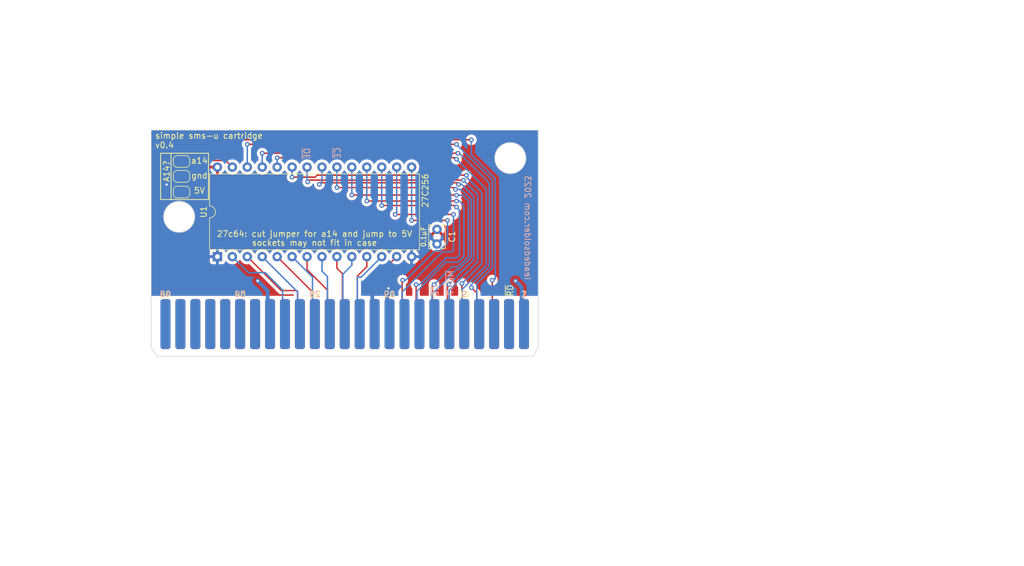
<source format=kicad_pcb>
(kicad_pcb (version 20241229) (generator "pcbnew") (generator_version "9.0")
  (layers (0 "F.Cu" signal) (2 "B.Cu" signal) (13 "F.Paste" user) (15 "B.Paste" user) (5 "F.SilkS" user "F.Silkscreen") (7 "B.SilkS" user "B.Silkscreen") (1 "F.Mask" user) (3 "B.Mask" user) (25 "Edge.Cuts" user))
  (net 0 "")
  (net 1 "+5V")
  (net 2 "GND")
  (net 3 "/a14")
  (net 4 "Net-(JP1-Pad2)")
  (net 5 "/a12")
  (net 6 "/a7")
  (net 7 "/a6")
  (net 8 "/a5")
  (net 9 "/a4")
  (net 10 "/a3")
  (net 11 "/a2")
  (net 12 "/a1")
  (net 13 "/a0")
  (net 14 "/d0")
  (net 15 "/d1")
  (net 16 "/d2")
  (net 17 "/d3")
  (net 18 "/d4")
  (net 19 "/d5")
  (net 20 "/d6")
  (net 21 "/d7")
  (net 22 "/~{CE}")
  (net 23 "/a10")
  (net 24 "/~{M0-7}")
  (net 25 "/a11")
  (net 26 "/a9")
  (net 27 "/a8")
  (net 28 "/a13")
  (net 34 "/a15")
  (footprint "Jumper:SolderJumper-2_P1.3mm_Open_RoundedPad1.0x1.5mm" (layer "F.Cu") (at 105.156 62.865)
    (property "Reference" "JP2" (hide yes))
    (property "Value" "Jumper_2_Open")
    (fp_line (start -1.4 0.3) (end -1.4 -0.3) (stroke (width 0.12)) (layer "F.SilkS"))
    (fp_line (start -0.7 -1) (end 0.7 -1) (stroke (width 0.12)) (layer "F.SilkS"))
    (fp_line (start 0.7 1) (end -0.7 1) (stroke (width 0.12)) (layer "F.SilkS"))
    (fp_line (start 1.4 -0.3) (end 1.4 0.3) (stroke (width 0.12)) (layer "F.SilkS"))
    (fp_arc (start -1.4 -0.3) (mid -1.194975 -0.794975) (end -0.7 -1) (stroke (width 0.12)) (layer "F.SilkS"))
    (fp_arc (start -0.7 1) (mid -1.194975 0.794975) (end -1.4 0.3) (stroke (width 0.12)) (layer "F.SilkS"))
    (fp_arc (start 0.7 -1) (mid 1.194975 -0.794975) (end 1.4 -0.3) (stroke (width 0.12)) (layer "F.SilkS"))
    (fp_arc (start 1.4 0.3) (mid 1.194975 0.794975) (end 0.7 1) (stroke (width 0.12)) (layer "F.SilkS"))
    (pad "1" smd custom (at -0.65 0) (size 1 0.5) (layers "F.Cu" "F.Mask") (net 2 "GND") (options (clearance outline) (anchor rect)) (primitives (gr_circle (center 0 0.25) (end 0.5 0.25) (width 0) (fill yes)) (gr_circle (center 0 -0.25) (end 0.5 -0.25) (width 0) (fill yes)) (gr_poly (pts (xy 0.5 0.75) (xy 0 0.75) (xy 0 -0.75) (xy 0.5 -0.75)) (width 0) (fill yes))))
    (pad "2" smd custom (at 0.65 0) (size 1 0.5) (layers "F.Cu" "F.Mask") (net 4 "Net-(JP1-Pad2)") (options (clearance outline) (anchor rect)) (primitives (gr_circle (center 0 0.25) (end 0.5 0.25) (width 0) (fill yes)) (gr_circle (center 0 -0.25) (end 0.5 -0.25) (width 0) (fill yes)) (gr_poly (pts (xy 0 0.75) (xy -0.5 0.75) (xy -0.5 -0.75) (xy 0 -0.75)) (width 0) (fill yes))))
  )
  (footprint "Package_DIP:DIP-28_W15.24mm" (layer "F.Cu") (at 111.252 76.525 90)
    (property "Reference" "U1" (at 7.62 -2.33 90) (layer "F.SilkS"))
    (property "Value" "27C256" (at 11.247 35.35 90) (layer "F.SilkS"))
    (fp_line (start 14.08 -1.33) (end 8.62 -1.33) (stroke (width 0.12)) (layer "F.SilkS"))
    (fp_line (start 6.62 -1.33) (end 1.16 -1.33) (stroke (width 0.12)) (layer "F.SilkS"))
    (fp_line (start 1.16 -1.33) (end 1.16 34.35) (stroke (width 0.12)) (layer "F.SilkS"))
    (fp_line (start 14.08 34.35) (end 14.08 -1.33) (stroke (width 0.12)) (layer "F.SilkS"))
    (fp_line (start 1.16 34.35) (end 14.08 34.35) (stroke (width 0.12)) (layer "F.SilkS"))
    (fp_arc (start 8.62 -1.33) (mid 7.62 -0.33) (end 6.62 -1.33) (stroke (width 0.12)) (layer "F.SilkS"))
    (pad "1" thru_hole rect (at 0 0 90) (size 1.6 1.6) (drill 0.8) (layers "*.Cu" "*.Mask") (net 2 "GND"))
    (pad "2" thru_hole oval (at 0 2.54 90) (size 1.6 1.6) (drill 0.8) (layers "*.Cu" "*.Mask") (net 5 "/a12"))
    (pad "3" thru_hole oval (at 0 5.08 90) (size 1.6 1.6) (drill 0.8) (layers "*.Cu" "*.Mask") (net 6 "/a7"))
    (pad "4" thru_hole oval (at 0 7.62 90) (size 1.6 1.6) (drill 0.8) (layers "*.Cu" "*.Mask") (net 7 "/a6"))
    (pad "5" thru_hole oval (at 0 10.16 90) (size 1.6 1.6) (drill 0.8) (layers "*.Cu" "*.Mask") (net 8 "/a5"))
    (pad "6" thru_hole oval (at 0 12.7 90) (size 1.6 1.6) (drill 0.8) (layers "*.Cu" "*.Mask") (net 9 "/a4"))
    (pad "7" thru_hole oval (at 0 15.24 90) (size 1.6 1.6) (drill 0.8) (layers "*.Cu" "*.Mask") (net 10 "/a3"))
    (pad "8" thru_hole oval (at 0 17.78 90) (size 1.6 1.6) (drill 0.8) (layers "*.Cu" "*.Mask") (net 11 "/a2"))
    (pad "9" thru_hole oval (at 0 20.32 90) (size 1.6 1.6) (drill 0.8) (layers "*.Cu" "*.Mask") (net 12 "/a1"))
    (pad "10" thru_hole oval (at 0 22.86 90) (size 1.6 1.6) (drill 0.8) (layers "*.Cu" "*.Mask") (net 13 "/a0"))
    (pad "11" thru_hole oval (at 0 25.4 90) (size 1.6 1.6) (drill 0.8) (layers "*.Cu" "*.Mask") (net 14 "/d0"))
    (pad "12" thru_hole oval (at 0 27.94 90) (size 1.6 1.6) (drill 0.8) (layers "*.Cu" "*.Mask") (net 15 "/d1"))
    (pad "13" thru_hole oval (at 0 30.48 90) (size 1.6 1.6) (drill 0.8) (layers "*.Cu" "*.Mask") (net 16 "/d2"))
    (pad "14" thru_hole oval (at 0 33.02 90) (size 1.6 1.6) (drill 0.8) (layers "*.Cu" "*.Mask") (net 2 "GND"))
    (pad "15" thru_hole oval (at 15.24 33.02 90) (size 1.6 1.6) (drill 0.8) (layers "*.Cu" "*.Mask") (net 17 "/d3"))
    (pad "16" thru_hole oval (at 15.24 30.48 90) (size 1.6 1.6) (drill 0.8) (layers "*.Cu" "*.Mask") (net 18 "/d4"))
    (pad "17" thru_hole oval (at 15.24 27.94 90) (size 1.6 1.6) (drill 0.8) (layers "*.Cu" "*.Mask") (net 19 "/d5"))
    (pad "18" thru_hole oval (at 15.24 25.4 90) (size 1.6 1.6) (drill 0.8) (layers "*.Cu" "*.Mask") (net 20 "/d6"))
    (pad "19" thru_hole oval (at 15.24 22.86 90) (size 1.6 1.6) (drill 0.8) (layers "*.Cu" "*.Mask") (net 21 "/d7"))
    (pad "20" thru_hole oval (at 15.24 20.32 90) (size 1.6 1.6) (drill 0.8) (layers "*.Cu" "*.Mask") (net 22 "/~{CE}"))
    (pad "21" thru_hole oval (at 15.24 17.78 90) (size 1.6 1.6) (drill 0.8) (layers "*.Cu" "*.Mask") (net 23 "/a10"))
    (pad "22" thru_hole oval (at 15.24 15.24 90) (size 1.6 1.6) (drill 0.8) (layers "*.Cu" "*.Mask") (net 24 "/~{M0-7}"))
    (pad "23" thru_hole oval (at 15.24 12.7 90) (size 1.6 1.6) (drill 0.8) (layers "*.Cu" "*.Mask") (net 25 "/a11"))
    (pad "24" thru_hole oval (at 15.24 10.16 90) (size 1.6 1.6) (drill 0.8) (layers "*.Cu" "*.Mask") (net 26 "/a9"))
    (pad "25" thru_hole oval (at 15.24 7.62 90) (size 1.6 1.6) (drill 0.8) (layers "*.Cu" "*.Mask") (net 27 "/a8"))
    (pad "26" thru_hole oval (at 15.24 5.08 90) (size 1.6 1.6) (drill 0.8) (layers "*.Cu" "*.Mask") (net 28 "/a13"))
    (pad "27" thru_hole oval (at 15.24 2.54 90) (size 1.6 1.6) (drill 0.8) (layers "*.Cu" "*.Mask") (net 4 "Net-(JP1-Pad2)"))
    (pad "28" thru_hole oval (at 15.24 0 90) (size 1.6 1.6) (drill 0.8) (layers "*.Cu" "*.Mask") (net 1 "+5V"))
  )
  (footprint "Jumper:SolderJumper-2_P1.3mm_Bridged_RoundedPad1.0x1.5mm" (layer "F.Cu") (at 105.156 60.325)
    (property "Reference" "JP1" (hide yes))
    (property "Value" "Jumper_2_Bridged")
    (fp_poly (pts (xy 0.25 -0.3) (xy -0.25 -0.3) (xy -0.25 0.3) (xy 0.25 0.3)) (fill yes) (layer "F.Cu"))
    (fp_line (start -1.4 0.3) (end -1.4 -0.3) (stroke (width 0.12)) (layer "F.SilkS"))
    (fp_line (start -0.7 -1) (end 0.7 -1) (stroke (width 0.12)) (layer "F.SilkS"))
    (fp_line (start 0.7 1) (end -0.7 1) (stroke (width 0.12)) (layer "F.SilkS"))
    (fp_line (start 1.4 -0.3) (end 1.4 0.3) (stroke (width 0.12)) (layer "F.SilkS"))
    (fp_arc (start -1.4 -0.3) (mid -1.194975 -0.794975) (end -0.7 -1) (stroke (width 0.12)) (layer "F.SilkS"))
    (fp_arc (start -0.7 1) (mid -1.194975 0.794975) (end -1.4 0.3) (stroke (width 0.12)) (layer "F.SilkS"))
    (fp_arc (start 0.7 -1) (mid 1.194975 -0.794975) (end 1.4 -0.3) (stroke (width 0.12)) (layer "F.SilkS"))
    (fp_arc (start 1.4 0.3) (mid 1.194975 0.794975) (end 0.7 1) (stroke (width 0.12)) (layer "F.SilkS"))
    (pad "1" smd custom (at -0.65 0) (size 1 0.5) (layers "F.Cu" "F.Mask") (net 3 "/a14") (options (clearance outline) (anchor rect)) (primitives (gr_circle (center 0 0.25) (end 0.5 0.25) (width 0) (fill yes)) (gr_circle (center 0 -0.25) (end 0.5 -0.25) (width 0) (fill yes)) (gr_poly (pts (xy 0.5 0.75) (xy 0 0.75) (xy 0 -0.75) (xy 0.5 -0.75)) (width 0) (fill yes))))
    (pad "2" smd custom (at 0.65 0) (size 1 0.5) (layers "F.Cu" "F.Mask") (net 4 "Net-(JP1-Pad2)") (options (clearance outline) (anchor rect)) (primitives (gr_circle (center 0 0.25) (end 0.5 0.25) (width 0) (fill yes)) (gr_circle (center 0 -0.25) (end 0.5 -0.25) (width 0) (fill yes)) (gr_poly (pts (xy 0 0.75) (xy -0.5 0.75) (xy -0.5 -0.75) (xy 0 -0.75)) (width 0) (fill yes))))
  )
  (footprint "MasterSystem:SMS_Cartridge" (layer "F.Cu") (at 163.38 88)
    (property "Reference" "U2" (hide yes))
    (property "Value" "SMSUCartEdge")
    (fp_text user "10" (at -10.16 -5.08 0) (layer "F.SilkS"))
    (fp_text user "40" (at -48.26 -5.08 0) (layer "F.SilkS"))
    (fp_text user "2" (at 0 -5.08 0) (layer "F.SilkS"))
    (fp_text user "20" (at -22.86 -5.08 0) (layer "F.SilkS"))
    (fp_text user "50" (at -60.96 -5.08 0) (layer "F.SilkS"))
    (fp_text user "30" (at -35.56 -5.08 0) (layer "F.SilkS"))
    (fp_text user "19" (at -22.86 -5.08 0) (layer "B.SilkS") (effects (justify mirror)))
    (fp_text user "39" (at -48.26 -5.08 0) (layer "B.SilkS") (effects (justify mirror)))
    (fp_text user "1" (at 0 -5.08 0) (layer "B.SilkS") (effects (justify mirror)))
    (fp_text user "49" (at -60.96 -5.08 0) (layer "B.SilkS") (effects (justify mirror)))
    (fp_text user "29" (at -35.56 -5.08 0) (layer "B.SilkS") (effects (justify mirror)))
    (fp_text user "9" (at -10.16 -5.08 0) (layer "B.SilkS") (effects (justify mirror)))
    (pad "1" connect roundrect (at 0 0 180) (size 1.7 8.5) (layers "B.Cu" "B.Mask") (net 1 "+5V"))
    (pad "2" connect roundrect (at 0 0) (size 1.7 8.5) (layers "F.Cu" "F.Mask"))
    (pad "3" connect roundrect (at -2.54 0 180) (size 1.7 8.5) (layers "B.Cu" "B.Mask"))
    (pad "4" connect roundrect (at -2.54 0) (size 1.7 8.5) (layers "F.Cu" "F.Mask"))
    (pad "5" connect roundrect (at -5.08 0 180) (size 1.7 8.5) (layers "B.Cu" "B.Mask"))
    (pad "6" connect roundrect (at -5.08 0) (size 1.7 8.5) (layers "F.Cu" "F.Mask") (net 3 "/a14"))
    (pad "7" connect roundrect (at -7.62 0 180) (size 1.7 8.5) (layers "B.Cu" "B.Mask") (net 28 "/a13"))
    (pad "8" connect roundrect (at -7.62 0) (size 1.7 8.5) (layers "F.Cu" "F.Mask") (net 27 "/a8"))
    (pad "9" connect roundrect (at -10.16 0 180) (size 1.7 8.5) (layers "B.Cu" "B.Mask") (net 26 "/a9"))
    (pad "10" connect roundrect (at -10.16 0) (size 1.7 8.5) (layers "F.Cu" "F.Mask") (net 25 "/a11"))
    (pad "11" connect roundrect (at -12.7 0 180) (size 1.7 8.5) (layers "B.Cu" "B.Mask") (net 24 "/~{M0-7}"))
    (pad "12" connect roundrect (at -12.7 0) (size 1.7 8.5) (layers "F.Cu" "F.Mask") (net 23 "/a10"))
    (pad "13" connect roundrect (at -15.24 0 180) (size 1.7 8.5) (layers "B.Cu" "B.Mask") (net 22 "/~{CE}"))
    (pad "14" connect roundrect (at -15.24 0) (size 1.7 8.5) (layers "F.Cu" "F.Mask") (net 21 "/d7"))
    (pad "15" connect roundrect (at -17.78 0 180) (size 1.7 8.5) (layers "B.Cu" "B.Mask") (net 20 "/d6"))
    (pad "16" connect roundrect (at -17.78 0) (size 1.7 8.5) (layers "F.Cu" "F.Mask") (net 19 "/d5"))
    (pad "17" connect roundrect (at -20.32 0 180) (size 1.7 8.5) (layers "B.Cu" "B.Mask") (net 18 "/d4"))
    (pad "18" connect roundrect (at -20.32 0) (size 1.7 8.5) (layers "F.Cu" "F.Mask") (net 17 "/d3"))
    (pad "19" connect roundrect (at -22.86 0 180) (size 1.7 8.5) (layers "B.Cu" "B.Mask") (net 2 "GND"))
    (pad "20" connect roundrect (at -22.86 0) (size 1.7 8.5) (layers "F.Cu" "F.Mask") (net 2 "GND"))
    (pad "21" connect roundrect (at -25.4 0 180) (size 1.7 8.5) (layers "B.Cu" "B.Mask") (net 2 "GND"))
    (pad "22" connect roundrect (at -25.4 0) (size 1.7 8.5) (layers "F.Cu" "F.Mask") (net 16 "/d2"))
    (pad "23" connect roundrect (at -27.94 0 180) (size 1.7 8.5) (layers "B.Cu" "B.Mask") (net 15 "/d1"))
    (pad "24" connect roundrect (at -27.94 0) (size 1.7 8.5) (layers "F.Cu" "F.Mask") (net 14 "/d0"))
    (pad "25" connect roundrect (at -30.48 0 180) (size 1.7 8.5) (layers "B.Cu" "B.Mask") (net 13 "/a0"))
    (pad "26" connect roundrect (at -30.48 0) (size 1.7 8.5) (layers "F.Cu" "F.Mask") (net 12 "/a1"))
    (pad "27" connect roundrect (at -33.02 0 180) (size 1.7 8.5) (layers "B.Cu" "B.Mask") (net 11 "/a2"))
    (pad "28" connect roundrect (at -33.02 0) (size 1.7 8.5) (layers "F.Cu" "F.Mask") (net 10 "/a3"))
    (pad "29" connect roundrect (at -35.56 0 180) (size 1.7 8.5) (layers "B.Cu" "B.Mask") (net 9 "/a4"))
    (pad "30" connect roundrect (at -35.56 0) (size 1.7 8.5) (layers "F.Cu" "F.Mask") (net 8 "/a5"))
    (pad "31" connect roundrect (at -38.1 0 180) (size 1.7 8.5) (layers "B.Cu" "B.Mask") (net 7 "/a6"))
    (pad "32" connect roundrect (at -38.1 0) (size 1.7 8.5) (layers "F.Cu" "F.Mask") (net 6 "/a7"))
    (pad "33" connect roundrect (at -40.64 0 180) (size 1.7 8.5) (layers "B.Cu" "B.Mask") (net 5 "/a12"))
    (pad "34" connect roundrect (at -40.64 0) (size 1.7 8.5) (layers "F.Cu" "F.Mask"))
    (pad "35" connect roundrect (at -43.18 0 180) (size 1.7 8.5) (layers "B.Cu" "B.Mask") (net 1 "+5V"))
    (pad "36" connect roundrect (at -43.18 0) (size 1.7 8.5) (layers "F.Cu" "F.Mask") (net 34 "/a15"))
    (pad "37" connect roundrect (at -45.72 0 180) (size 1.7 8.5) (layers "B.Cu" "B.Mask"))
    (pad "38" connect roundrect (at -45.72 0) (size 1.7 8.5) (layers "F.Cu" "F.Mask"))
    (pad "39" connect roundrect (at -48.26 0 180) (size 1.7 8.5) (layers "B.Cu" "B.Mask"))
    (pad "40" connect roundrect (at -48.26 0) (size 1.7 8.5) (layers "F.Cu" "F.Mask"))
    (pad "41" connect roundrect (at -50.8 0 180) (size 1.7 8.5) (layers "B.Cu" "B.Mask"))
    (pad "42" connect roundrect (at -50.8 0) (size 1.7 8.5) (layers "F.Cu" "F.Mask"))
    (pad "43" connect roundrect (at -53.34 0 180) (size 1.7 8.5) (layers "B.Cu" "B.Mask"))
    (pad "44" connect roundrect (at -53.34 0) (size 1.7 8.5) (layers "F.Cu" "F.Mask"))
    (pad "45" connect roundrect (at -55.88 0 180) (size 1.7 8.5) (layers "B.Cu" "B.Mask"))
    (pad "46" connect roundrect (at -55.88 0) (size 1.7 8.5) (layers "F.Cu" "F.Mask"))
    (pad "47" connect roundrect (at -58.42 0 180) (size 1.7 8.5) (layers "B.Cu" "B.Mask"))
    (pad "48" connect roundrect (at -58.42 0) (size 1.7 8.5) (layers "F.Cu" "F.Mask"))
    (pad "49" connect roundrect (at -60.96 0 180) (size 1.7 8.5) (layers "B.Cu" "B.Mask"))
    (pad "50" connect roundrect (at -60.96 0) (size 1.7 8.5) (layers "F.Cu" "F.Mask"))
  )
  (footprint "Jumper:SolderJumper-2_P1.3mm_Open_RoundedPad1.0x1.5mm" (layer "F.Cu") (at 105.156 65.532)
    (property "Reference" "JP3" (hide yes))
    (property "Value" "Jumper_2_Open")
    (fp_line (start -1.4 0.3) (end -1.4 -0.3) (stroke (width 0.12)) (layer "F.SilkS"))
    (fp_line (start -0.7 -1) (end 0.7 -1) (stroke (width 0.12)) (layer "F.SilkS"))
    (fp_line (start 0.7 1) (end -0.7 1) (stroke (width 0.12)) (layer "F.SilkS"))
    (fp_line (start 1.4 -0.3) (end 1.4 0.3) (stroke (width 0.12)) (layer "F.SilkS"))
    (fp_arc (start -1.4 -0.3) (mid -1.194975 -0.794975) (end -0.7 -1) (stroke (width 0.12)) (layer "F.SilkS"))
    (fp_arc (start -0.7 1) (mid -1.194975 0.794975) (end -1.4 0.3) (stroke (width 0.12)) (layer "F.SilkS"))
    (fp_arc (start 0.7 -1) (mid 1.194975 -0.794975) (end 1.4 -0.3) (stroke (width 0.12)) (layer "F.SilkS"))
    (fp_arc (start 1.4 0.3) (mid 1.194975 0.794975) (end 0.7 1) (stroke (width 0.12)) (layer "F.SilkS"))
    (pad "1" smd custom (at -0.65 0) (size 1 0.5) (layers "F.Cu" "F.Mask") (net 1 "+5V") (options (clearance outline) (anchor rect)) (primitives (gr_circle (center 0 0.25) (end 0.5 0.25) (width 0) (fill yes)) (gr_circle (center 0 -0.25) (end 0.5 -0.25) (width 0) (fill yes)) (gr_poly (pts (xy 0.5 0.75) (xy 0 0.75) (xy 0 -0.75) (xy 0.5 -0.75)) (width 0) (fill yes))))
    (pad "2" smd custom (at 0.65 0) (size 1 0.5) (layers "F.Cu" "F.Mask") (net 4 "Net-(JP1-Pad2)") (options (clearance outline) (anchor rect)) (primitives (gr_circle (center 0 0.25) (end 0.5 0.25) (width 0) (fill yes)) (gr_circle (center 0 -0.25) (end 0.5 -0.25) (width 0) (fill yes)) (gr_poly (pts (xy 0 0.75) (xy -0.5 0.75) (xy -0.5 -0.75) (xy 0 -0.75)) (width 0) (fill yes))))
  )
  (footprint "Capacitor_THT:C_Disc_D3.8mm_W2.6mm_P2.50mm" (layer "F.Cu") (at 148.59 71.882 -90)
    (property "Reference" "C1" (at 1.25 -2.55 90) (layer "F.SilkS"))
    (property "Value" "0.1µF" (at 1.25 2.286 90) (layer "F.SilkS") (effects (font (size 0.8 0.8))))
    (fp_line (start -0.77 1.42) (end 3.27 1.42) (stroke (width 0.12)) (layer "F.SilkS"))
    (fp_line (start -0.77 0.795) (end -0.77 1.42) (stroke (width 0.12)) (layer "F.SilkS"))
    (fp_line (start 3.27 0.795) (end 3.27 1.42) (stroke (width 0.12)) (layer "F.SilkS"))
    (fp_line (start -0.77 -1.42) (end -0.77 -0.795) (stroke (width 0.12)) (layer "F.SilkS"))
    (fp_line (start -0.77 -1.42) (end 3.27 -1.42) (stroke (width 0.12)) (layer "F.SilkS"))
    (fp_line (start 3.27 -1.42) (end 3.27 -0.795) (stroke (width 0.12)) (layer "F.SilkS"))
    (pad "1" thru_hole circle (at 0 0 270) (size 1.6 1.6) (drill 0.8) (layers "*.Cu" "*.Mask") (net 1 "+5V"))
    (pad "2" thru_hole circle (at 2.5 0 270) (size 1.6 1.6) (drill 0.8) (layers "*.Cu" "*.Mask") (net 2 "GND"))
  )
  (gr_line (start 103.378 58.928) (end 103.378 66.802) (stroke (width 0.15)) (layer "F.SilkS"))
  (gr_rect (start 101.6 58.928) (end 109.728 66.802) (stroke (width 0.15)) (fill no) (layer "F.SilkS"))
  (gr_circle (center 161.05 59.75) (end 163.7 59.75) (stroke (width 0.1)) (fill no) (layer "Edge.Cuts"))
  (gr_line (start 100 55) (end 165.8 55) (stroke (width 0.1)) (layer "Edge.Cuts"))
  (gr_line (start 164.854 93.5) (end 101 93.5) (stroke (width 0.1)) (layer "Edge.Cuts"))
  (gr_line (start 165.8 55) (end 165.8 92) (stroke (width 0.1)) (layer "Edge.Cuts"))
  (gr_line (start 101 93.5) (end 100 92) (stroke (width 0.1)) (layer "Edge.Cuts"))
  (gr_circle (center 104.75 69.75) (end 107.4 69.75) (stroke (width 0.1)) (fill no) (layer "Edge.Cuts"))
  (gr_line (start 165.8 92) (end 164.854 93.5) (stroke (width 0.1)) (layer "Edge.Cuts"))
  (gr_line (start 100 92) (end 100 55) (stroke (width 0.1)) (layer "Edge.Cuts"))
  (gr_text "5V" (at 108.204 65.278 0) (layer "F.SilkS") (effects (font (size 1 1))))
  (gr_text "27c64: cut jumper for a14 and jump to 5V" (at 127.762 72.644 0) (layer "F.SilkS") (effects (font (size 1 1))))
  (gr_text "~{RD}" (at 161.036 82.296 90) (layer "F.SilkS") (effects (font (size 1 1))))
  (gr_text "A14?" (at 102.616 61.976 90) (layer "F.SilkS") (effects (font (size 1 1))))
  (gr_text "simple sms-u cartridge\nv0.4" (at 100.6 56.75 0) (layer "F.SilkS") (effects (font (size 1 1)) (justify left)))
  (gr_text "a14" (at 108.204 60.198 0) (layer "F.SilkS") (effects (font (size 1 1))))
  (gr_text "gnd" (at 108.204 62.738 0) (layer "F.SilkS") (effects (font (size 1 1))))
  (gr_text "sockets may not fit in case" (at 127.762 74.168 0) (layer "F.SilkS") (effects (font (size 1 1))))
  (gr_text "~{CE}" (at 131.7 58.9 90) (layer "B.SilkS") (effects (font (size 1 1)) (justify mirror)))
  (gr_text "~{OE}" (at 126.5 59 90) (layer "B.SilkS") (effects (font (size 1 1)) (justify mirror)))
  (gr_text "leadedsolder.com 2023" (at 164 71.628 270) (layer "B.SilkS") (effects (font (size 1 1)) (justify mirror)))
  (gr_text "~{M0-7}" (at 150.9 81 90) (layer "B.SilkS") (effects (font (size 1 1)) (justify mirror)))
  (gr_text "~{CE}" (at 148.336 82.296 90) (layer "B.SilkS") (effects (font (size 1 1)) (justify mirror)))
  (via (at 161.925 80.645) (size 0.8) (drill 0.4) (layers "F.Cu" "B.Cu") (net 1))
  (via (at 118.11 80.645) (size 0.8) (drill 0.4) (layers "F.Cu" "B.Cu") (net 1))
  (segment (start 119.8 82.335) (end 118.11 80.645) (width 0.65) (layer "B.Cu") (net 1))
  (segment (start 162.98 88) (end 162.98 81.7) (width 0.65) (layer "B.Cu") (net 1))
  (segment (start 119.8 88) (end 119.8 82.335) (width 0.65) (layer "B.Cu") (net 1))
  (segment (start 162.98 81.7) (end 161.925 80.645) (width 0.65) (layer "B.Cu") (net 1))
  (segment (start 140.12 88) (end 140.12 82.13) (width 0.65) (layer "F.Cu") (net 2))
  (segment (start 140.12 82.13) (end 140.335 81.915) (width 0.65) (layer "F.Cu") (net 2))
  (segment (start 104.013 62.865) (end 102.616 64.262) (width 0.65) (layer "F.Cu") (net 2))
  (segment (start 104.506 62.865) (end 104.013 62.865) (width 0.65) (layer "F.Cu") (net 2))
  (via (at 140.335 81.915) (size 0.8) (drill 0.4) (layers "F.Cu" "B.Cu") (net 2))
  (via (at 102.616 64.262) (size 0.8) (drill 0.4) (layers "F.Cu" "B.Cu") (net 2))
  (segment (start 140.12 82.13) (end 140.335 81.915) (width 0.65) (layer "B.Cu") (net 2))
  (segment (start 138.43 81.915) (end 140.335 81.915) (width 0.65) (layer "B.Cu") (net 2))
  (segment (start 137.58 82.765) (end 138.43 81.915) (width 0.65) (layer "B.Cu") (net 2))
  (segment (start 140.12 88) (end 140.12 82.13) (width 0.65) (layer "B.Cu") (net 2))
  (segment (start 137.58 88) (end 137.58 82.765) (width 0.65) (layer "B.Cu") (net 2))
  (segment (start 104.506 57.546) (end 105.41 56.642) (width 0.25) (layer "F.Cu") (net 3))
  (segment (start 104.506 60.325) (end 104.506 57.546) (width 0.25) (layer "F.Cu") (net 3))
  (segment (start 157.988 80.518) (end 157.988 87.912) (width 0.25) (layer "F.Cu") (net 3))
  (segment (start 105.41 56.642) (end 154.432 56.642) (width 0.25) (layer "F.Cu") (net 3))
  (via (at 157.988 80.518) (size 0.8) (drill 0.4) (layers "F.Cu" "B.Cu") (net 3))
  (via (at 154.432 56.642) (size 0.8) (drill 0.4) (layers "F.Cu" "B.Cu") (net 3))
  (segment (start 158.496 80.264) (end 158.242 80.518) (width 0.25) (layer "B.Cu") (net 3))
  (segment (start 154.432 59.182) (end 158.496 63.246) (width 0.25) (layer "B.Cu") (net 3))
  (segment (start 154.432 56.642) (end 154.432 59.182) (width 0.25) (layer "B.Cu") (net 3))
  (segment (start 158.242 80.518) (end 157.988 80.518) (width 0.25) (layer "B.Cu") (net 3))
  (segment (start 158.496 63.246) (end 158.496 80.264) (width 0.25) (layer "B.Cu") (net 3))
  (segment (start 106.194511 60.160489) (end 112.667489 60.160489) (width 0.25) (layer "F.Cu") (net 4))
  (segment (start 105.806 65.532) (end 105.806 62.865) (width 0.25) (layer "F.Cu") (net 4))
  (segment (start 106.03 60.325) (end 106.03 62.85) (width 0.25) (layer "F.Cu") (net 4))
  (segment (start 106.03 60.325) (end 106.194511 60.160489) (width 0.25) (layer "F.Cu") (net 4))
  (segment (start 112.667489 60.160489) (end 113.792 61.285) (width 0.25) (layer "F.Cu") (net 4))
  (segment (start 122.34 88) (end 122.34 82.208) (width 0.25) (layer "B.Cu") (net 5))
  (segment (start 116.515 79.248) (end 113.792 76.525) (width 0.25) (layer "B.Cu") (net 5))
  (segment (start 119.38 79.248) (end 116.515 79.248) (width 0.25) (layer "B.Cu") (net 5))
  (segment (start 122.34 82.208) (end 119.38 79.248) (width 0.25) (layer "B.Cu") (net 5))
  (segment (start 124.88 88) (end 124.88 82.462) (width 0.25) (layer "F.Cu") (net 6))
  (segment (start 122.103 82.296) (end 116.332 76.525) (width 0.25) (layer "F.Cu") (net 6))
  (segment (start 124.714 82.296) (end 122.103 82.296) (width 0.25) (layer "F.Cu") (net 6))
  (segment (start 124.88 82.462) (end 124.714 82.296) (width 0.25) (layer "F.Cu") (net 6))
  (segment (start 124.88 82.533) (end 118.872 76.525) (width 0.25) (layer "B.Cu") (net 7))
  (segment (start 124.88 88) (end 124.88 82.533) (width 0.25) (layer "B.Cu") (net 7))
  (segment (start 127.254 82.296) (end 127.183 82.296) (width 0.25) (layer "F.Cu") (net 8))
  (segment (start 127.42 88) (end 127.42 82.462) (width 0.25) (layer "F.Cu") (net 8))
  (segment (start 127.183 82.296) (end 121.412 76.525) (width 0.25) (layer "F.Cu") (net 8))
  (segment (start 127.42 82.462) (end 127.254 82.296) (width 0.25) (layer "F.Cu") (net 8))
  (segment (start 127.42 79.993) (end 123.952 76.525) (width 0.25) (layer "B.Cu") (net 9))
  (segment (start 127.42 88) (end 127.42 79.993) (width 0.25) (layer "B.Cu") (net 9))
  (segment (start 126.492 78.74) (end 126.492 76.525) (width 0.25) (layer "F.Cu") (net 10))
  (segment (start 129.96 82.208) (end 126.492 78.74) (width 0.25) (layer "F.Cu") (net 10))
  (segment (start 129.96 88) (end 129.96 82.208) (width 0.25) (layer "F.Cu") (net 10))
  (segment (start 129.96 88) (end 129.96 79.922) (width 0.25) (layer "B.Cu") (net 11))
  (segment (start 129.96 79.922) (end 129.032 78.994) (width 0.25) (layer "B.Cu") (net 11))
  (segment (start 129.032 78.994) (end 129.032 76.525) (width 0.25) (layer "B.Cu") (net 11))
  (segment (start 132.5 79.414) (end 131.572 78.486) (width 0.25) (layer "F.Cu") (net 12))
  (segment (start 131.572 78.486) (end 131.572 76.525) (width 0.25) (layer "F.Cu") (net 12))
  (segment (start 132.5 88) (end 132.5 79.414) (width 0.25) (layer "F.Cu") (net 12))
  (segment (start 134.112 77.978) (end 134.112 76.525) (width 0.25) (layer "B.Cu") (net 13))
  (segment (start 132.588 87.912) (end 132.588 79.502) (width 0.25) (layer "B.Cu") (net 13))
  (segment (start 132.588 79.502) (end 134.112 77.978) (width 0.25) (layer "B.Cu") (net 13))
  (segment (start 135.04 79.844) (end 136.652 78.232) (width 0.25) (layer "F.Cu") (net 14))
  (segment (start 135.04 88) (end 135.04 79.844) (width 0.25) (layer "F.Cu") (net 14))
  (segment (start 136.652 78.232) (end 136.652 76.525) (width 0.25) (layer "F.Cu") (net 14))
  (segment (start 135.128 80.01) (end 135.707 80.01) (width 0.25) (layer "B.Cu") (net 15))
  (segment (start 135.04 80.098) (end 135.128 80.01) (width 0.25) (layer "B.Cu") (net 15))
  (segment (start 135.707 80.01) (end 139.192 76.525) (width 0.25) (layer "B.Cu") (net 15))
  (segment (start 135.04 88) (end 135.04 80.098) (width 0.25) (layer "B.Cu") (net 15))
  (segment (start 137.414 80.01) (end 138.247 80.01) (width 0.25) (layer "F.Cu") (net 16))
  (segment (start 137.58 88) (end 137.414 87.834) (width 0.25) (layer "F.Cu") (net 16))
  (segment (start 137.414 87.834) (end 137.414 80.01) (width 0.25) (layer "F.Cu") (net 16))
  (segment (start 138.247 80.01) (end 141.732 76.525) (width 0.25) (layer "F.Cu") (net 16))
  (segment (start 142.66 80.606) (end 142.748 80.518) (width 0.25) (layer "F.Cu") (net 17))
  (segment (start 142.66 88) (end 142.66 80.606) (width 0.25) (layer "F.Cu") (net 17))
  (segment (start 150.368 70.358) (end 144.272 70.358) (width 0.25) (layer "F.Cu") (net 17))
  (via (at 150.368 70.358) (size 0.8) (drill 0.4) (layers "F.Cu" "B.Cu") (net 17))
  (via (at 142.748 80.518) (size 0.8) (drill 0.4) (layers "F.Cu" "B.Cu") (net 17))
  (via (at 144.272 70.358) (size 0.8) (drill 0.4) (layers "F.Cu" "B.Cu") (net 17))
  (segment (start 149.055789 75.506511) (end 150.368 74.1943) (width 0.25) (layer "B.Cu") (net 17))
  (segment (start 143.256 80.518) (end 148.267489 75.506511) (width 0.25) (layer "B.Cu") (net 17))
  (segment (start 150.368 74.1943) (end 150.368 70.358) (width 0.25) (layer "B.Cu") (net 17))
  (segment (start 144.272 70.358) (end 144.272 61.285) (width 0.25) (layer "B.Cu") (net 17))
  (segment (start 142.748 80.518) (end 143.256 80.518) (width 0.25) (layer "B.Cu") (net 17))
  (segment (start 148.267489 75.506511) (end 149.055789 75.506511) (width 0.25) (layer "B.Cu") (net 17))
  (segment (start 151.384 69.342) (end 141.478 69.342) (width 0.25) (layer "F.Cu") (net 18))
  (via (at 141.478 69.342) (size 0.8) (drill 0.4) (layers "F.Cu" "B.Cu") (net 18))
  (via (at 151.384 69.342) (size 0.8) (drill 0.4) (layers "F.Cu" "B.Cu") (net 18))
  (segment (start 142.66 88) (end 142.66 82.538004) (width 0.25) (layer "B.Cu") (net 18))
  (segment (start 141.478 69.342) (end 141.732 69.088) (width 0.25) (layer "B.Cu") (net 18))
  (segment (start 151.13 75.692) (end 151.384 75.438) (width 0.25) (layer "B.Cu") (net 18))
  (segment (start 141.732 69.088) (end 141.732 61.285) (width 0.25) (layer "B.Cu") (net 18))
  (segment (start 142.66 82.538004) (end 149.506004 75.692) (width 0.25) (layer "B.Cu") (net 18))
  (segment (start 149.506004 75.692) (end 151.13 75.692) (width 0.25) (layer "B.Cu") (net 18))
  (segment (start 151.384 75.438) (end 151.384 69.342) (width 0.25) (layer "B.Cu") (net 18))
  (segment (start 151.638 67.818) (end 151.892 68.072) (width 0.25) (layer "F.Cu") (net 19))
  (segment (start 139.192 67.818) (end 151.638 67.818) (width 0.25) (layer "F.Cu") (net 19))
  (segment (start 145.034 81.28) (end 145.034 87.834) (width 0.25) (layer "F.Cu") (net 19))
  (segment (start 145.034 87.834) (end 145.2 88) (width 0.25) (layer "F.Cu") (net 19))
  (via (at 151.892 68.072) (size 0.8) (drill 0.4) (layers "F.Cu" "B.Cu") (net 19))
  (via (at 145.034 81.28) (size 0.8) (drill 0.4) (layers "F.Cu" "B.Cu") (net 19))
  (via (at 139.192 67.818) (size 0.8) (drill 0.4) (layers "F.Cu" "B.Cu") (net 19))
  (segment (start 139.192 61.285) (end 139.192 67.818) (width 0.25) (layer "B.Cu") (net 19))
  (segment (start 149.968511 76.708) (end 149.968511 76.919789) (width 0.25) (layer "B.Cu") (net 19))
  (segment (start 151.892 68.072) (end 152.4 68.58) (width 0.25) (layer "B.Cu") (net 19))
  (segment (start 149.968511 76.919789) (end 145.6083 81.28) (width 0.25) (layer "B.Cu") (net 19))
  (segment (start 152.4 76.2) (end 151.892 76.708) (width 0.25) (layer "B.Cu") (net 19))
  (segment (start 151.892 76.708) (end 149.968511 76.708) (width 0.25) (layer "B.Cu") (net 19))
  (segment (start 152.4 68.58) (end 152.4 76.2) (width 0.25) (layer "B.Cu") (net 19))
  (segment (start 145.6083 81.28) (end 145.034 81.28) (width 0.25) (layer "B.Cu") (net 19))
  (segment (start 151.879514 67.056) (end 151.891939 67.068425) (width 0.25) (layer "F.Cu") (net 20))
  (segment (start 136.652 67.056) (end 151.879514 67.056) (width 0.25) (layer "F.Cu") (net 20))
  (via (at 151.891939 67.068425) (size 0.8) (drill 0.4) (layers "F.Cu" "B.Cu") (net 20))
  (via (at 136.652 67.056) (size 0.8) (drill 0.4) (layers "F.Cu" "B.Cu") (net 20))
  (segment (start 153.162 67.818) (end 152.412425 67.068425) (width 0.25) (layer "B.Cu") (net 20))
  (segment (start 153.162 76.454) (end 153.162 67.818) (width 0.25) (layer "B.Cu") (net 20))
  (segment (start 152.412425 67.068425) (end 151.891939 67.068425) (width 0.25) (layer "B.Cu") (net 20))
  (segment (start 145.2 82.384) (end 150.114 77.47) (width 0.25) (layer "B.Cu") (net 20))
  (segment (start 152.146 77.47) (end 153.162 76.454) (width 0.25) (layer "B.Cu") (net 20))
  (segment (start 136.652 67.056) (end 136.652 61.285) (width 0.25) (layer "B.Cu") (net 20))
  (segment (start 150.114 77.47) (end 152.146 77.47) (width 0.25) (layer "B.Cu") (net 20))
  (segment (start 145.2 88) (end 145.2 82.384) (width 0.25) (layer "B.Cu") (net 20))
  (segment (start 147.828 87.912) (end 147.828 81.534) (width 0.25) (layer "F.Cu") (net 21))
  (segment (start 151.86792 66.04) (end 151.896854 66.068934) (width 0.25) (layer "F.Cu") (net 21))
  (segment (start 147.828 81.534) (end 148.082 81.28) (width 0.25) (layer "F.Cu") (net 21))
  (segment (start 134.112 66.04) (end 151.86792 66.04) (width 0.25) (layer "F.Cu") (net 21))
  (via (at 151.896854 66.068934) (size 0.8) (drill 0.4) (layers "F.Cu" "B.Cu") (net 21))
  (via (at 148.082 81.28) (size 0.8) (drill 0.4) (layers "F.Cu" "B.Cu") (net 21))
  (via (at 134.112 66.04) (size 0.8) (drill 0.4) (layers "F.Cu" "B.Cu") (net 21))
  (segment (start 148.082 81.28) (end 151.13 78.232) (width 0.25) (layer "B.Cu") (net 21))
  (segment (start 152.160887 78.232) (end 153.924 76.468887) (width 0.25) (layer "B.Cu") (net 21))
  (segment (start 152.936934 66.068934) (end 151.896854 66.068934) (width 0.25) (layer "B.Cu") (net 21))
  (segment (start 153.924 76.468887) (end 153.924 67.056) (width 0.25) (layer "B.Cu") (net 21))
  (segment (start 153.924 67.056) (end 152.936934 66.068934) (width 0.25) (layer "B.Cu") (net 21))
  (segment (start 151.13 78.232) (end 152.160887 78.232) (width 0.25) (layer "B.Cu") (net 21))
  (segment (start 134.112 66.04) (end 134.112 61.285) (width 0.25) (layer "B.Cu") (net 21))
  (segment (start 151.418268 64.77) (end 151.731476 65.083208) (width 0.25) (layer "F.Cu") (net 22))
  (segment (start 131.572 64.77) (end 151.418268 64.77) (width 0.25) (layer "F.Cu") (net 22))
  (via (at 131.572 64.77) (size 0.8) (drill 0.4) (layers "F.Cu" "B.Cu") (net 22))
  (via (at 151.731476 65.083208) (size 0.8) (drill 0.4) (layers "F.Cu" "B.Cu") (net 22))
  (segment (start 154.400978 76.627614) (end 154.400978 66.770978) (width 0.25) (layer "B.Cu") (net 22))
  (segment (start 152.327613 78.700979) (end 154.400978 76.627614) (width 0.25) (layer "B.Cu") (net 22))
  (segment (start 154.400978 66.770978) (end 152.713208 65.083208) (width 0.25) (layer "B.Cu") (net 22))
  (segment (start 151.931021 78.700979) (end 152.327613 78.700979) (width 0.25) (layer "B.Cu") (net 22))
  (segment (start 147.74 88) (end 147.74 82.892) (width 0.25) (layer "B.Cu") (net 22))
  (segment (start 131.572 64.77) (end 131.572 61.285) (width 0.25) (layer "B.Cu") (net 22))
  (segment (start 147.74 82.892) (end 151.931021 78.700979) (width 0.25) (layer "B.Cu") (net 22))
  (segment (start 152.713208 65.083208) (end 151.731476 65.083208) (width 0.25) (layer "B.Cu") (net 22))
  (segment (start 128.861235 63.949511) (end 128.586246 64.2245) (width 0.25) (layer "F.Cu") (net 23))
  (segment (start 152.24297 64.2245) (end 151.967981 63.949511) (width 0.25) (layer "F.Cu") (net 23))
  (segment (start 150.368 87.912) (end 150.368 81.507402) (width 0.25) (layer "F.Cu") (net 23))
  (segment (start 150.368 81.507402) (end 150.608701 81.266701) (width 0.25) (layer "F.Cu") (net 23))
  (segment (start 151.967981 63.949511) (end 128.861235 63.949511) (width 0.25) (layer "F.Cu") (net 23))
  (via (at 152.24297 64.2245) (size 0.8) (drill 0.4) (layers "F.Cu" "B.Cu") (net 23))
  (via (at 150.608701 81.266701) (size 0.8) (drill 0.4) (layers "F.Cu" "B.Cu") (net 23))
  (via (at 128.586246 64.2245) (size 0.8) (drill 0.4) (layers "F.Cu" "B.Cu") (net 23))
  (segment (start 152.750489 64.186193) (end 152.281277 64.186193) (width 0.25) (layer "B.Cu") (net 23))
  (segment (start 154.850489 66.286193) (end 152.750489 64.186193) (width 0.25) (layer "B.Cu") (net 23))
  (segment (start 129.032 63.754) (end 128.586246 64.199754) (width 0.25) (layer "B.Cu") (net 23))
  (segment (start 129.032 61.285) (end 129.032 63.754) (width 0.25) (layer "B.Cu") (net 23))
  (segment (start 128.586246 64.199754) (end 128.586246 64.2245) (width 0.25) (layer "B.Cu") (net 23))
  (segment (start 154.850489 77.024913) (end 154.850489 66.286193) (width 0.25) (layer "B.Cu") (net 23))
  (segment (start 150.608701 81.266701) (end 154.850489 77.024913) (width 0.25) (layer "B.Cu") (net 23))
  (segment (start 152.281277 64.186193) (end 152.24297 64.2245) (width 0.25) (layer "B.Cu") (net 23))
  (segment (start 126.9 63.5) (end 153.051235 63.5) (width 0.25) (layer "F.Cu") (net 24))
  (segment (start 126.6 63.8) (end 126.9 63.5) (width 0.25) (layer "F.Cu") (net 24))
  (segment (start 153.051235 63.5) (end 153.081648 63.530413) (width 0.25) (layer "F.Cu") (net 24))
  (via (at 126.6 63.8) (size 0.8) (drill 0.4) (layers "F.Cu" "B.Cu") (net 24))
  (via (at 153.081648 63.530413) (size 0.8) (drill 0.4) (layers "F.Cu" "B.Cu") (net 24))
  (segment (start 155.5 65.948765) (end 153.081648 63.530413) (width 0.25) (layer "B.Cu") (net 24))
  (segment (start 150.68 82.22) (end 155.5 77.4) (width 0.25) (layer "B.Cu") (net 24))
  (segment (start 126.6 63.8) (end 126.492 63.692) (width 0.25) (layer "B.Cu") (net 24))
  (segment (start 150.68 88) (end 150.68 82.22) (width 0.25) (layer "B.Cu") (net 24))
  (segment (start 126.492 63.692) (end 126.492 61.285) (width 0.25) (layer "B.Cu") (net 24))
  (segment (start 155.5 77.4) (end 155.5 65.948765) (width 0.25) (layer "B.Cu") (net 24))
  (segment (start 128.213806 62.65049) (end 153.573891 62.65049) (width 0.25) (layer "F.Cu") (net 25))
  (segment (start 152.82 88) (end 152.82 81.104599) (width 0.25) (layer "F.Cu") (net 25))
  (segment (start 152.82 81.104599) (end 152.826461 81.098138) (width 0.25) (layer "F.Cu") (net 25))
  (segment (start 153.573891 62.65049) (end 153.598048 62.674647) (width 0.25) (layer "F.Cu") (net 25))
  (segment (start 127.872296 62.992) (end 128.213806 62.65049) (width 0.25) (layer "F.Cu") (net 25))
  (segment (start 123.952 62.992) (end 127.872296 62.992) (width 0.25) (layer "F.Cu") (net 25))
  (via (at 123.952 62.992) (size 0.8) (drill 0.4) (layers "F.Cu" "B.Cu") (net 25))
  (via (at 152.826461 81.098138) (size 0.8) (drill 0.4) (layers "F.Cu" "B.Cu") (net 25))
  (via (at 153.598048 62.674647) (size 0.8) (drill 0.4) (layers "F.Cu" "B.Cu") (net 25))
  (segment (start 153.598048 62.973448) (end 153.598048 62.674647) (width 0.25) (layer "B.Cu") (net 25))
  (segment (start 123.952 62.992) (end 123.952 61.285) (width 0.25) (layer "B.Cu") (net 25))
  (segment (start 152.826461 81.098138) (end 152.837566 81.098138) (width 0.25) (layer "B.Cu") (net 25))
  (segment (start 152.837566 81.098138) (end 156.21 77.725704) (width 0.25) (layer "B.Cu") (net 25))
  (segment (start 153.824501 63.199901) (end 153.598048 62.973448) (width 0.25) (layer "B.Cu") (net 25))
  (segment (start 156.21 77.725704) (end 156.21 65.613249) (width 0.25) (layer "B.Cu") (net 25))
  (segment (start 156.21 65.613249) (end 153.824501 63.22775) (width 0.25) (layer "B.Cu") (net 25))
  (segment (start 153.824501 63.22775) (end 153.824501 63.199901) (width 0.25) (layer "B.Cu") (net 25))
  (segment (start 151.638 59.69) (end 151.892 59.944) (width 0.25) (layer "F.Cu") (net 26))
  (segment (start 121.412 59.69) (end 151.638 59.69) (width 0.25) (layer "F.Cu") (net 26))
  (via (at 121.412 59.69) (size 0.8) (drill 0.4) (layers "F.Cu" "B.Cu") (net 26))
  (via (at 151.892 59.944) (size 0.8) (drill 0.4) (layers "F.Cu" "B.Cu") (net 26))
  (segment (start 151.892 59.944) (end 156.972 65.024) (width 0.25) (layer "B.Cu") (net 26))
  (segment (start 152.82 82.13) (end 152.82 88) (width 0.25) (layer "B.Cu") (net 26))
  (segment (start 121.412 61.285) (end 121.412 59.69) (width 0.25) (layer "B.Cu") (net 26))
  (segment (start 156.972 77.978) (end 152.82 82.13) (width 0.25) (layer "B.Cu") (net 26))
  (segment (start 156.972 65.024) (end 156.972 77.978) (width 0.25) (layer "B.Cu") (net 26))
  (segment (start 152.146 58.928) (end 118.872 58.928) (width 0.25) (layer "F.Cu") (net 27))
  (segment (start 155.36 88) (end 155.36 82.716) (width 0.25) (layer "F.Cu") (net 27))
  (segment (start 155.36 82.716) (end 154.432 81.788) (width 0.25) (layer "F.Cu") (net 27))
  (via (at 118.872 58.928) (size 0.8) (drill 0.4) (layers "F.Cu" "B.Cu") (net 27))
  (via (at 152.146 58.928) (size 0.8) (drill 0.4) (layers "F.Cu" "B.Cu") (net 27))
  (via (at 154.432 81.788) (size 0.8) (drill 0.4) (layers "F.Cu" "B.Cu") (net 27))
  (segment (start 154.432 81.788) (end 154.432 81.28) (width 0.25) (layer "B.Cu") (net 27))
  (segment (start 152.4 58.928) (end 152.146 58.928) (width 0.25) (layer "B.Cu") (net 27))
  (segment (start 157.48 78.232) (end 157.48 64.008) (width 0.25) (layer "B.Cu") (net 27))
  (segment (start 157.48 64.008) (end 152.4 58.928) (width 0.25) (layer "B.Cu") (net 27))
  (segment (start 118.872 58.928) (end 118.872 61.285) (width 0.25) (layer "B.Cu") (net 27))
  (segment (start 154.432 81.28) (end 157.48 78.232) (width 0.25) (layer "B.Cu") (net 27))
  (segment (start 151.892 57.404) (end 116.332 57.404) (width 0.25) (layer "F.Cu") (net 28))
  (via (at 151.892 57.404) (size 0.8) (drill 0.4) (layers "F.Cu" "B.Cu") (net 28))
  (via (at 116.332 57.404) (size 0.8) (drill 0.4) (layers "F.Cu" "B.Cu") (net 28))
  (segment (start 157.988 78.486) (end 157.988 63.5) (width 0.25) (layer "B.Cu") (net 28))
  (segment (start 155.36 88) (end 155.36 81.114) (width 0.25) (layer "B.Cu") (net 28))
  (segment (start 157.988 63.5) (end 151.892 57.404) (width 0.25) (layer "B.Cu") (net 28))
  (segment (start 155.36 81.114) (end 157.988 78.486) (width 0.25) (layer "B.Cu") (net 28))
  (segment (start 116.332 57.404) (end 116.332 61.285) (width 0.25) (layer "B.Cu") (net 28))
  (zone (net 1) (net_name "+5V") (layer "F.Cu") (connect_pads (clearance 0.508)) (min_thickness 0.254) (fill yes (thermal_gap 0.508) (thermal_bridge_width 0.508))
    (polygon (pts (xy 167.135 83.185) (xy 99.695 83.185) (xy 99.695 54.61) (xy 167.135 54.61)))
  )
  (zone (net 2) (net_name "GND") (layer "B.Cu") (connect_pads (clearance 0.508)) (min_thickness 0.254) (fill yes (thermal_gap 0.508) (thermal_bridge_width 0.508))
    (polygon (pts (xy 167.135 83.185) (xy 99.695 83.185) (xy 99.695 54.61) (xy 167.135 54.61)))
  )
)
</source>
